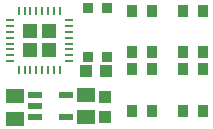
<source format=gbr>
G04 EAGLE Gerber RS-274X export*
G75*
%MOMM*%
%FSLAX34Y34*%
%LPD*%
%INSolderpaste Top*%
%IPPOS*%
%AMOC8*
5,1,8,0,0,1.08239X$1,22.5*%
G01*
%ADD10R,1.500000X1.240000*%
%ADD11R,0.900000X0.900000*%
%ADD12R,0.800000X0.250000*%
%ADD13R,0.250000X0.800000*%
%ADD14R,1.143000X1.143000*%
%ADD15R,1.000000X1.075000*%
%ADD16R,1.200000X0.550000*%
%ADD17R,1.075000X1.000000*%
%ADD18R,0.850000X1.000000*%


D10*
X120015Y-29235D03*
X120015Y-48235D03*
X59690Y-49505D03*
X59690Y-30505D03*
D11*
X121540Y43995D03*
X137540Y43995D03*
X137540Y2995D03*
X121540Y2995D03*
D12*
X105645Y-990D03*
X105645Y4010D03*
X105645Y9010D03*
X105645Y14010D03*
X105645Y19010D03*
X105645Y24010D03*
X105645Y29010D03*
X105645Y34010D03*
D13*
X98145Y41510D03*
X93145Y41510D03*
X88145Y41510D03*
X83145Y41510D03*
X78145Y41510D03*
X73145Y41510D03*
X68145Y41510D03*
X63145Y41510D03*
D12*
X55645Y34010D03*
X55645Y29010D03*
X55645Y24010D03*
X55645Y19010D03*
X55645Y14010D03*
X55645Y9010D03*
X55645Y4010D03*
X55645Y-990D03*
D13*
X63145Y-8490D03*
X68145Y-8490D03*
X73145Y-8490D03*
X78145Y-8490D03*
X83145Y-8490D03*
X88145Y-8490D03*
X93145Y-8490D03*
X98145Y-8490D03*
D14*
X88900Y24765D03*
X72390Y8255D03*
X88900Y8255D03*
X72390Y24765D03*
D15*
X136525Y-31505D03*
X136525Y-48505D03*
D16*
X77169Y-29235D03*
X77169Y-38735D03*
X77169Y-48235D03*
X103171Y-48235D03*
X103171Y-29235D03*
D17*
X120405Y-9525D03*
X137405Y-9525D03*
D18*
X158890Y6630D03*
X158890Y41630D03*
X176390Y6630D03*
X176390Y41630D03*
X202070Y6630D03*
X202070Y41630D03*
X219570Y6630D03*
X219570Y41630D03*
X219570Y-7900D03*
X219570Y-42900D03*
X202070Y-7900D03*
X202070Y-42900D03*
X176390Y-7900D03*
X176390Y-42900D03*
X158890Y-7900D03*
X158890Y-42900D03*
M02*

</source>
